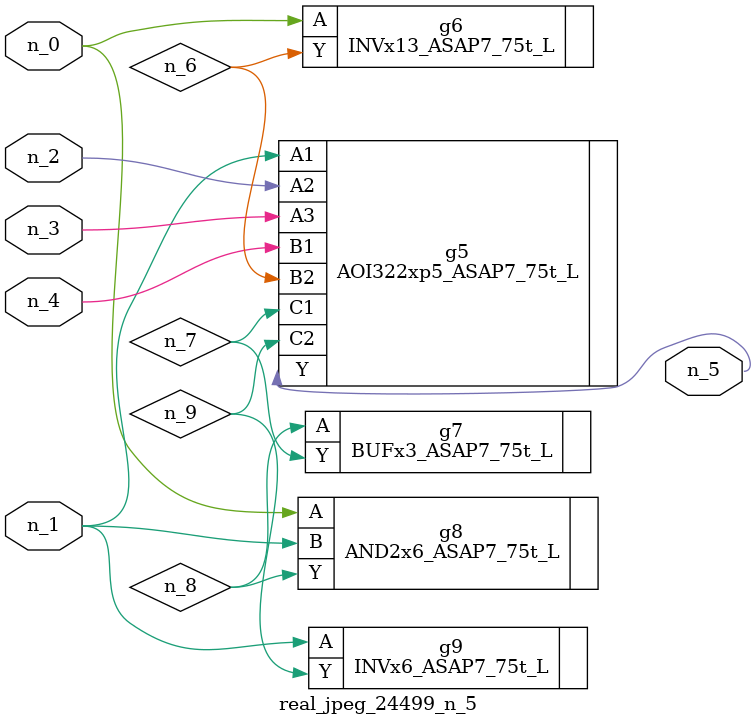
<source format=v>
module real_jpeg_24499_n_5 (n_4, n_0, n_1, n_2, n_3, n_5);

input n_4;
input n_0;
input n_1;
input n_2;
input n_3;

output n_5;

wire n_8;
wire n_6;
wire n_7;
wire n_9;

INVx13_ASAP7_75t_L g6 ( 
.A(n_0),
.Y(n_6)
);

AND2x6_ASAP7_75t_L g8 ( 
.A(n_0),
.B(n_1),
.Y(n_8)
);

AOI322xp5_ASAP7_75t_L g5 ( 
.A1(n_1),
.A2(n_2),
.A3(n_3),
.B1(n_4),
.B2(n_6),
.C1(n_7),
.C2(n_9),
.Y(n_5)
);

INVx6_ASAP7_75t_L g9 ( 
.A(n_1),
.Y(n_9)
);

BUFx3_ASAP7_75t_L g7 ( 
.A(n_8),
.Y(n_7)
);


endmodule
</source>
